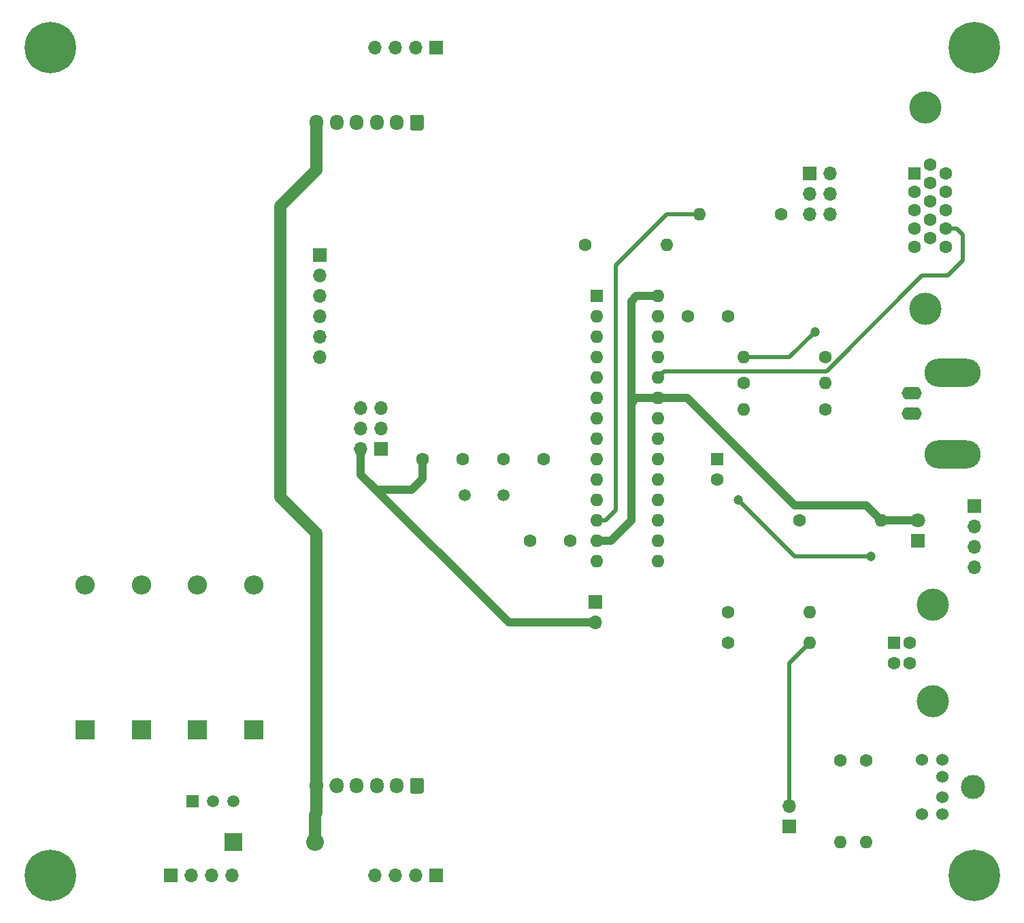
<source format=gbr>
%TF.GenerationSoftware,KiCad,Pcbnew,(5.1.10-1-10_14)*%
%TF.CreationDate,2022-02-21T18:02:18+11:00*%
%TF.ProjectId,Video terminal ,56696465-6f20-4746-9572-6d696e616c20,rev?*%
%TF.SameCoordinates,Original*%
%TF.FileFunction,Copper,L1,Top*%
%TF.FilePolarity,Positive*%
%FSLAX46Y46*%
G04 Gerber Fmt 4.6, Leading zero omitted, Abs format (unit mm)*
G04 Created by KiCad (PCBNEW (5.1.10-1-10_14)) date 2022-02-21 18:02:18*
%MOMM*%
%LPD*%
G01*
G04 APERTURE LIST*
%TA.AperFunction,ComponentPad*%
%ADD10O,1.700000X1.950000*%
%TD*%
%TA.AperFunction,ComponentPad*%
%ADD11C,1.800000*%
%TD*%
%TA.AperFunction,ComponentPad*%
%ADD12R,1.800000X1.800000*%
%TD*%
%TA.AperFunction,ComponentPad*%
%ADD13O,1.700000X1.700000*%
%TD*%
%TA.AperFunction,ComponentPad*%
%ADD14R,1.700000X1.700000*%
%TD*%
%TA.AperFunction,ComponentPad*%
%ADD15O,2.200000X2.200000*%
%TD*%
%TA.AperFunction,ComponentPad*%
%ADD16R,2.200000X2.200000*%
%TD*%
%TA.AperFunction,ComponentPad*%
%ADD17O,2.400000X2.400000*%
%TD*%
%TA.AperFunction,ComponentPad*%
%ADD18R,2.400000X2.400000*%
%TD*%
%TA.AperFunction,ComponentPad*%
%ADD19R,1.500000X1.500000*%
%TD*%
%TA.AperFunction,ComponentPad*%
%ADD20C,1.500000*%
%TD*%
%TA.AperFunction,ComponentPad*%
%ADD21O,2.500000X1.600000*%
%TD*%
%TA.AperFunction,ComponentPad*%
%ADD22O,7.000000X3.500000*%
%TD*%
%TA.AperFunction,ComponentPad*%
%ADD23O,1.600000X1.600000*%
%TD*%
%TA.AperFunction,ComponentPad*%
%ADD24C,1.600000*%
%TD*%
%TA.AperFunction,ComponentPad*%
%ADD25C,4.000000*%
%TD*%
%TA.AperFunction,ComponentPad*%
%ADD26R,1.600000X1.600000*%
%TD*%
%TA.AperFunction,ComponentPad*%
%ADD27C,0.800000*%
%TD*%
%TA.AperFunction,ComponentPad*%
%ADD28C,6.400000*%
%TD*%
%TA.AperFunction,ComponentPad*%
%ADD29C,3.000000*%
%TD*%
%TA.AperFunction,ComponentPad*%
%ADD30C,1.524000*%
%TD*%
%TA.AperFunction,ViaPad*%
%ADD31C,1.200000*%
%TD*%
%TA.AperFunction,Conductor*%
%ADD32C,0.500000*%
%TD*%
%TA.AperFunction,Conductor*%
%ADD33C,1.000000*%
%TD*%
%TA.AperFunction,Conductor*%
%ADD34C,1.500000*%
%TD*%
G04 APERTURE END LIST*
D10*
%TO.P,J11,6*%
%TO.N,Net-(D2-Pad2)*%
X68145000Y-34290000D03*
%TO.P,J11,5*%
%TO.N,rst*%
X70645000Y-34290000D03*
%TO.P,J11,4*%
%TO.N,flag*%
X73145000Y-34290000D03*
%TO.P,J11,3*%
%TO.N,GND*%
X75645000Y-34290000D03*
%TO.P,J11,2*%
%TO.N,data*%
X78145000Y-34290000D03*
%TO.P,J11,1*%
%TO.N,clock*%
%TA.AperFunction,ComponentPad*%
G36*
G01*
X81495000Y-33565000D02*
X81495000Y-35015000D01*
G75*
G02*
X81245000Y-35265000I-250000J0D01*
G01*
X80045000Y-35265000D01*
G75*
G02*
X79795000Y-35015000I0J250000D01*
G01*
X79795000Y-33565000D01*
G75*
G02*
X80045000Y-33315000I250000J0D01*
G01*
X81245000Y-33315000D01*
G75*
G02*
X81495000Y-33565000I0J-250000D01*
G01*
G37*
%TD.AperFunction*%
%TD*%
%TO.P,J10,6*%
%TO.N,Net-(D2-Pad2)*%
X68145000Y-116840000D03*
%TO.P,J10,5*%
%TO.N,I_rst*%
X70645000Y-116840000D03*
%TO.P,J10,4*%
%TO.N,I_flag*%
X73145000Y-116840000D03*
%TO.P,J10,3*%
%TO.N,GND*%
X75645000Y-116840000D03*
%TO.P,J10,2*%
%TO.N,I_data*%
X78145000Y-116840000D03*
%TO.P,J10,1*%
%TO.N,I_clock*%
%TA.AperFunction,ComponentPad*%
G36*
G01*
X81495000Y-116115000D02*
X81495000Y-117565000D01*
G75*
G02*
X81245000Y-117815000I-250000J0D01*
G01*
X80045000Y-117815000D01*
G75*
G02*
X79795000Y-117565000I0J250000D01*
G01*
X79795000Y-116115000D01*
G75*
G02*
X80045000Y-115865000I250000J0D01*
G01*
X81245000Y-115865000D01*
G75*
G02*
X81495000Y-116115000I0J-250000D01*
G01*
G37*
%TD.AperFunction*%
%TD*%
D11*
%TO.P,D1,2*%
%TO.N,+3V3*%
X143000000Y-83820000D03*
D12*
%TO.P,D1,1*%
%TO.N,Net-(D1-Pad1)*%
X143000000Y-86360000D03*
%TD*%
D13*
%TO.P,J13,6*%
%TO.N,/BLUE*%
X132080000Y-45720000D03*
%TO.P,J13,5*%
%TO.N,Net-(J13-Pad1)*%
X129540000Y-45720000D03*
%TO.P,J13,4*%
%TO.N,/GREEN*%
X132080000Y-43180000D03*
%TO.P,J13,3*%
%TO.N,Net-(J13-Pad1)*%
X129540000Y-43180000D03*
%TO.P,J13,2*%
%TO.N,/RED*%
X132080000Y-40640000D03*
D14*
%TO.P,J13,1*%
%TO.N,Net-(J13-Pad1)*%
X129540000Y-40640000D03*
%TD*%
D13*
%TO.P,J12,6*%
%TO.N,GND*%
X73660000Y-69850000D03*
%TO.P,J12,5*%
%TO.N,C*%
X76200000Y-69850000D03*
%TO.P,J12,4*%
%TO.N,GND*%
X73660000Y-72390000D03*
%TO.P,J12,3*%
%TO.N,B*%
X76200000Y-72390000D03*
%TO.P,J12,2*%
%TO.N,GND*%
X73660000Y-74930000D03*
D14*
%TO.P,J12,1*%
%TO.N,A*%
X76200000Y-74930000D03*
%TD*%
D15*
%TO.P,D2,2*%
%TO.N,Net-(D2-Pad2)*%
X67945000Y-123825000D03*
D16*
%TO.P,D2,1*%
%TO.N,+5V*%
X57785000Y-123825000D03*
%TD*%
D17*
%TO.P,C9,2*%
%TO.N,GND*%
X53340000Y-91855000D03*
D18*
%TO.P,C9,1*%
%TO.N,+3V3*%
X53340000Y-109855000D03*
%TD*%
D17*
%TO.P,C8,2*%
%TO.N,GND*%
X39370000Y-91855000D03*
D18*
%TO.P,C8,1*%
%TO.N,+5V*%
X39370000Y-109855000D03*
%TD*%
D17*
%TO.P,C7,2*%
%TO.N,GND*%
X60325000Y-91855000D03*
D18*
%TO.P,C7,1*%
%TO.N,+3V3*%
X60325000Y-109855000D03*
%TD*%
D17*
%TO.P,C6,2*%
%TO.N,GND*%
X46355000Y-91855000D03*
D18*
%TO.P,C6,1*%
%TO.N,+5V*%
X46355000Y-109855000D03*
%TD*%
D19*
%TO.P,U2,1*%
%TO.N,GND*%
X52705000Y-118745000D03*
D20*
%TO.P,U2,3*%
%TO.N,+5V*%
X57785000Y-118745000D03*
%TO.P,U2,2*%
%TO.N,+3V3*%
X55245000Y-118745000D03*
%TD*%
D21*
%TO.P,J2,2*%
%TO.N,GND*%
X142240000Y-67945000D03*
%TO.P,J2,1*%
%TO.N,Net-(J2-Pad1)*%
X142240000Y-70485000D03*
D22*
%TO.P,J2,2*%
%TO.N,GND*%
X147320000Y-75565000D03*
X147320000Y-65405000D03*
%TD*%
D23*
%TO.P,R5,2*%
%TO.N,H_SYNC*%
X121285000Y-63500000D03*
D24*
%TO.P,R5,1*%
%TO.N,Net-(J2-Pad1)*%
X131445000Y-63500000D03*
%TD*%
D13*
%TO.P,J9,4*%
%TO.N,rst*%
X75380000Y-25000000D03*
%TO.P,J9,3*%
%TO.N,flag*%
X77920000Y-25000000D03*
%TO.P,J9,2*%
%TO.N,data*%
X80460000Y-25000000D03*
D14*
%TO.P,J9,1*%
%TO.N,clock*%
X83000000Y-25000000D03*
%TD*%
D23*
%TO.P,R10,2*%
%TO.N,Net-(D1-Pad1)*%
X129540000Y-95250000D03*
D24*
%TO.P,R10,1*%
%TO.N,Net-(JP8-Pad1)*%
X119380000Y-95250000D03*
%TD*%
D23*
%TO.P,R9,2*%
%TO.N,Net-(J8-Pad1)*%
X129540000Y-99060000D03*
D24*
%TO.P,R9,1*%
%TO.N,VBUS*%
X119380000Y-99060000D03*
%TD*%
D13*
%TO.P,JP8,2*%
%TO.N,GND*%
X102870000Y-96520000D03*
D14*
%TO.P,JP8,1*%
%TO.N,Net-(JP8-Pad1)*%
X102870000Y-93980000D03*
%TD*%
D13*
%TO.P,JP7,2*%
%TO.N,Net-(J8-Pad1)*%
X127000000Y-119380000D03*
D14*
%TO.P,JP7,1*%
%TO.N,+5V*%
X127000000Y-121920000D03*
%TD*%
D25*
%TO.P,J8,5*%
%TO.N,GND*%
X144860000Y-94310000D03*
X144860000Y-106310000D03*
D24*
%TO.P,J8,4*%
X142000000Y-99060000D03*
%TO.P,J8,3*%
%TO.N,D+*%
X142000000Y-101560000D03*
%TO.P,J8,2*%
%TO.N,D-*%
X140000000Y-101560000D03*
D26*
%TO.P,J8,1*%
%TO.N,Net-(J8-Pad1)*%
X140000000Y-99060000D03*
%TD*%
D24*
%TO.P,C5,2*%
%TO.N,GND*%
X114380000Y-58420000D03*
%TO.P,C5,1*%
%TO.N,+3V3*%
X119380000Y-58420000D03*
%TD*%
%TO.P,C4,2*%
%TO.N,GND*%
X118000000Y-78700000D03*
D26*
%TO.P,C4,1*%
%TO.N,Net-(C4-Pad1)*%
X118000000Y-76200000D03*
%TD*%
D24*
%TO.P,C3,2*%
%TO.N,GND*%
X94695000Y-86360000D03*
%TO.P,C3,1*%
%TO.N,+3V3*%
X99695000Y-86360000D03*
%TD*%
D13*
%TO.P,J7,4*%
%TO.N,I_rst*%
X75380000Y-128000000D03*
%TO.P,J7,3*%
%TO.N,I_flag*%
X77920000Y-128000000D03*
%TO.P,J7,2*%
%TO.N,I_data*%
X80460000Y-128000000D03*
D14*
%TO.P,J7,1*%
%TO.N,I_clock*%
X83000000Y-128000000D03*
%TD*%
D13*
%TO.P,J6,4*%
%TO.N,+5V*%
X57620000Y-128000000D03*
%TO.P,J6,3*%
X55080000Y-128000000D03*
%TO.P,J6,2*%
%TO.N,GND*%
X52540000Y-128000000D03*
D14*
%TO.P,J6,1*%
X50000000Y-128000000D03*
%TD*%
D13*
%TO.P,J5,4*%
%TO.N,Net-(J5-Pad4)*%
X150000000Y-89620000D03*
%TO.P,J5,3*%
%TO.N,GND*%
X150000000Y-87080000D03*
%TO.P,J5,2*%
X150000000Y-84540000D03*
D14*
%TO.P,J5,1*%
%TO.N,TX*%
X150000000Y-82000000D03*
%TD*%
D27*
%TO.P,H4,1*%
%TO.N,GND*%
X151697056Y-23302944D03*
X150000000Y-22600000D03*
X148302944Y-23302944D03*
X147600000Y-25000000D03*
X148302944Y-26697056D03*
X150000000Y-27400000D03*
X151697056Y-26697056D03*
X152400000Y-25000000D03*
D28*
X150000000Y-25000000D03*
%TD*%
D27*
%TO.P,H3,1*%
%TO.N,GND*%
X36697056Y-126302944D03*
X35000000Y-125600000D03*
X33302944Y-126302944D03*
X32600000Y-128000000D03*
X33302944Y-129697056D03*
X35000000Y-130400000D03*
X36697056Y-129697056D03*
X37400000Y-128000000D03*
D28*
X35000000Y-128000000D03*
%TD*%
D27*
%TO.P,H2,1*%
%TO.N,GND*%
X36697056Y-23302944D03*
X35000000Y-22600000D03*
X33302944Y-23302944D03*
X32600000Y-25000000D03*
X33302944Y-26697056D03*
X35000000Y-27400000D03*
X36697056Y-26697056D03*
X37400000Y-25000000D03*
D28*
X35000000Y-25000000D03*
%TD*%
D27*
%TO.P,H1,1*%
%TO.N,GND*%
X151697056Y-126302944D03*
X150000000Y-125600000D03*
X148302944Y-126302944D03*
X147600000Y-128000000D03*
X148302944Y-129697056D03*
X150000000Y-130400000D03*
X151697056Y-129697056D03*
X152400000Y-128000000D03*
D28*
X150000000Y-128000000D03*
%TD*%
D20*
%TO.P,Y1,2*%
%TO.N,Net-(C2-Pad1)*%
X86560000Y-80645000D03*
%TO.P,Y1,1*%
%TO.N,Net-(C1-Pad1)*%
X91440000Y-80645000D03*
%TD*%
D23*
%TO.P,R8,2*%
%TO.N,Net-(J5-Pad4)*%
X131445000Y-66675000D03*
D24*
%TO.P,R8,1*%
%TO.N,RX*%
X121285000Y-66675000D03*
%TD*%
D23*
%TO.P,R7,2*%
%TO.N,+3V3*%
X138430000Y-83820000D03*
D24*
%TO.P,R7,1*%
%TO.N,Net-(J5-Pad4)*%
X128270000Y-83820000D03*
%TD*%
D23*
%TO.P,R2,2*%
%TO.N,+5V*%
X133350000Y-123825000D03*
D24*
%TO.P,R2,1*%
%TO.N,DATA*%
X133350000Y-113665000D03*
%TD*%
%TO.P,C2,2*%
%TO.N,GND*%
X81360000Y-76200000D03*
%TO.P,C2,1*%
%TO.N,Net-(C2-Pad1)*%
X86360000Y-76200000D03*
%TD*%
%TO.P,C1,2*%
%TO.N,GND*%
X96440000Y-76200000D03*
%TO.P,C1,1*%
%TO.N,Net-(C1-Pad1)*%
X91440000Y-76200000D03*
%TD*%
D23*
%TO.P,R6,2*%
%TO.N,+3V3*%
X111760000Y-49530000D03*
D24*
%TO.P,R6,1*%
%TO.N,~MCLR*%
X101600000Y-49530000D03*
%TD*%
D13*
%TO.P,J3,6*%
%TO.N,Net-(J3-Pad6)*%
X68580000Y-63500000D03*
%TO.P,J3,5*%
%TO.N,C*%
X68580000Y-60960000D03*
%TO.P,J3,4*%
%TO.N,PGD*%
X68580000Y-58420000D03*
%TO.P,J3,3*%
%TO.N,GND*%
X68580000Y-55880000D03*
%TO.P,J3,2*%
%TO.N,+3V3*%
X68580000Y-53340000D03*
D14*
%TO.P,J3,1*%
%TO.N,~MCLR*%
X68580000Y-50800000D03*
%TD*%
D23*
%TO.P,U1,28*%
%TO.N,+3V3*%
X110620000Y-55880000D03*
%TO.P,U1,14*%
%TO.N,Net-(JP8-Pad1)*%
X103000000Y-88900000D03*
%TO.P,U1,27*%
%TO.N,GND*%
X110620000Y-58420000D03*
%TO.P,U1,13*%
%TO.N,+3V3*%
X103000000Y-86360000D03*
%TO.P,U1,26*%
%TO.N,Net-(U1-Pad26)*%
X110620000Y-60960000D03*
%TO.P,U1,12*%
%TO.N,VIDEO*%
X103000000Y-83820000D03*
%TO.P,U1,25*%
%TO.N,H_SYNC*%
X110620000Y-63500000D03*
%TO.P,U1,11*%
%TO.N,A*%
X103000000Y-81280000D03*
%TO.P,U1,24*%
%TO.N,V_SYNC*%
X110620000Y-66040000D03*
%TO.P,U1,10*%
%TO.N,Net-(C2-Pad1)*%
X103000000Y-78740000D03*
%TO.P,U1,23*%
%TO.N,+3V3*%
X110620000Y-68580000D03*
%TO.P,U1,9*%
%TO.N,Net-(C1-Pad1)*%
X103000000Y-76200000D03*
%TO.P,U1,22*%
%TO.N,D+*%
X110620000Y-71120000D03*
%TO.P,U1,8*%
%TO.N,GND*%
X103000000Y-73660000D03*
%TO.P,U1,21*%
%TO.N,D-*%
X110620000Y-73660000D03*
%TO.P,U1,7*%
%TO.N,B*%
X103000000Y-71120000D03*
%TO.P,U1,20*%
%TO.N,Net-(C4-Pad1)*%
X110620000Y-76200000D03*
%TO.P,U1,6*%
%TO.N,C_VIDEO*%
X103000000Y-68580000D03*
%TO.P,U1,19*%
%TO.N,GND*%
X110620000Y-78740000D03*
%TO.P,U1,5*%
%TO.N,RX*%
X103000000Y-66040000D03*
%TO.P,U1,18*%
%TO.N,H_SYNC*%
X110620000Y-81280000D03*
%TO.P,U1,4*%
%TO.N,TX*%
X103000000Y-63500000D03*
%TO.P,U1,17*%
%TO.N,CLOCK*%
X110620000Y-83820000D03*
%TO.P,U1,3*%
%TO.N,C*%
X103000000Y-60960000D03*
%TO.P,U1,16*%
%TO.N,DATA*%
X110620000Y-86360000D03*
%TO.P,U1,2*%
%TO.N,PGD*%
X103000000Y-58420000D03*
%TO.P,U1,15*%
%TO.N,VBUS*%
X110620000Y-88900000D03*
D26*
%TO.P,U1,1*%
%TO.N,~MCLR*%
X103000000Y-55880000D03*
%TD*%
D23*
%TO.P,R4,2*%
%TO.N,C_VIDEO*%
X121285000Y-70000000D03*
D24*
%TO.P,R4,1*%
%TO.N,Net-(J2-Pad1)*%
X131445000Y-70000000D03*
%TD*%
D23*
%TO.P,R3,2*%
%TO.N,VIDEO*%
X115840000Y-45720000D03*
D24*
%TO.P,R3,1*%
%TO.N,Net-(J13-Pad1)*%
X126000000Y-45720000D03*
%TD*%
D23*
%TO.P,R1,2*%
%TO.N,+5V*%
X136525000Y-123825000D03*
D24*
%TO.P,R1,1*%
%TO.N,CLOCK*%
X136525000Y-113665000D03*
%TD*%
D29*
%TO.P,J4,0*%
%TO.N,N/C*%
X149800000Y-117000000D03*
D30*
%TO.P,J4,5*%
%TO.N,CLOCK*%
X143500000Y-113600000D03*
%TO.P,J4,6*%
%TO.N,Net-(J4-Pad6)*%
X143500000Y-120400000D03*
%TO.P,J4,4*%
%TO.N,+5V*%
X146000000Y-120400000D03*
%TO.P,J4,3*%
%TO.N,GND*%
X146000000Y-113600000D03*
%TO.P,J4,1*%
%TO.N,DATA*%
X146000000Y-115700000D03*
%TO.P,J4,2*%
%TO.N,Net-(J4-Pad2)*%
X146000000Y-118300000D03*
%TD*%
D25*
%TO.P,J1,0*%
%TO.N,N/C*%
X143940000Y-32455000D03*
X143940000Y-57455000D03*
D24*
%TO.P,J1,15*%
%TO.N,Net-(J1-Pad15)*%
X146480000Y-49800000D03*
%TO.P,J1,14*%
%TO.N,V_SYNC*%
X146480000Y-47510000D03*
%TO.P,J1,13*%
%TO.N,H_SYNC*%
X146480000Y-45220000D03*
%TO.P,J1,12*%
%TO.N,Net-(J1-Pad12)*%
X146480000Y-42930000D03*
%TO.P,J1,11*%
%TO.N,Net-(J1-Pad11)*%
X146480000Y-40640000D03*
%TO.P,J1,10*%
%TO.N,GND*%
X144500000Y-48655000D03*
%TO.P,J1,9*%
%TO.N,Net-(J1-Pad9)*%
X144500000Y-46365000D03*
%TO.P,J1,8*%
%TO.N,GND*%
X144500000Y-44075000D03*
%TO.P,J1,7*%
X144500000Y-41785000D03*
%TO.P,J1,6*%
X144500000Y-39495000D03*
%TO.P,J1,5*%
X142520000Y-49800000D03*
%TO.P,J1,4*%
%TO.N,Net-(J1-Pad4)*%
X142520000Y-47510000D03*
%TO.P,J1,3*%
%TO.N,/BLUE*%
X142520000Y-45220000D03*
%TO.P,J1,2*%
%TO.N,/GREEN*%
X142520000Y-42930000D03*
D26*
%TO.P,J1,1*%
%TO.N,/RED*%
X142520000Y-40640000D03*
%TD*%
D31*
%TO.N,H_SYNC*%
X130175000Y-60325000D03*
X137160000Y-88265000D03*
X120650000Y-81280000D03*
%TD*%
D32*
%TO.N,V_SYNC*%
X111419999Y-65240001D02*
X131609999Y-65240001D01*
X110620000Y-66040000D02*
X111419999Y-65240001D01*
X131609999Y-65240001D02*
X143510000Y-53340000D01*
X143510000Y-53340000D02*
X146685000Y-53340000D01*
X146685000Y-53340000D02*
X148590000Y-51435000D01*
X148590000Y-51435000D02*
X148590000Y-48260000D01*
X147840000Y-47510000D02*
X146480000Y-47510000D01*
X148590000Y-48260000D02*
X147840000Y-47510000D01*
%TO.N,H_SYNC*%
X127000000Y-63500000D02*
X121285000Y-63500000D01*
X130175000Y-60325000D02*
X127000000Y-63500000D01*
X127635000Y-88265000D02*
X120650000Y-81280000D01*
X137160000Y-88265000D02*
X127635000Y-88265000D01*
D33*
%TO.N,GND*%
X81360000Y-76200000D02*
X81360000Y-78660000D01*
X81360000Y-78660000D02*
X80010000Y-80010000D01*
X80010000Y-80010000D02*
X75565000Y-80010000D01*
X75565000Y-80010000D02*
X73660000Y-78105000D01*
X92075000Y-96520000D02*
X73660000Y-78105000D01*
X102870000Y-96520000D02*
X92075000Y-96520000D01*
X73660000Y-78105000D02*
X73660000Y-74930000D01*
D32*
%TO.N,VIDEO*%
X103000000Y-83820000D02*
X104140000Y-83820000D01*
X104140000Y-83820000D02*
X105410000Y-82550000D01*
X105410000Y-82550000D02*
X105410000Y-52070000D01*
X111760000Y-45720000D02*
X115840000Y-45720000D01*
X105410000Y-52070000D02*
X111760000Y-45720000D01*
D33*
%TO.N,+3V3*%
X103000000Y-86360000D02*
X104775000Y-86360000D01*
X104775000Y-86360000D02*
X107315000Y-83820000D01*
X107315000Y-83820000D02*
X107315000Y-69215000D01*
X107950000Y-68580000D02*
X110620000Y-68580000D01*
X107315000Y-69215000D02*
X107950000Y-68580000D01*
X110620000Y-68580000D02*
X114300000Y-68580000D01*
X114300000Y-68580000D02*
X127635000Y-81915000D01*
X136525000Y-81915000D02*
X138430000Y-83820000D01*
X127635000Y-81915000D02*
X136525000Y-81915000D01*
X138430000Y-83820000D02*
X143000000Y-83820000D01*
X110620000Y-55880000D02*
X107950000Y-55880000D01*
X107315000Y-56515000D02*
X107315000Y-69215000D01*
X107950000Y-55880000D02*
X107315000Y-56515000D01*
D32*
%TO.N,Net-(J8-Pad1)*%
X127000000Y-101600000D02*
X129540000Y-99060000D01*
X127000000Y-119380000D02*
X127000000Y-101600000D01*
D34*
%TO.N,I_rst*%
X70485000Y-116840000D02*
X70700000Y-116625000D01*
%TO.N,Net-(D2-Pad2)*%
X67945000Y-123825000D02*
X67945000Y-120455000D01*
X68145000Y-120255000D02*
X68145000Y-116840000D01*
X67945000Y-120455000D02*
X68145000Y-120255000D01*
X68145000Y-34290000D02*
X68145000Y-40245000D01*
X68145000Y-40245000D02*
X63655000Y-44735000D01*
X63655000Y-44735000D02*
X63655000Y-80930000D01*
X68145000Y-85420000D02*
X68145000Y-116840000D01*
X63655000Y-80930000D02*
X68145000Y-85420000D01*
%TD*%
M02*

</source>
